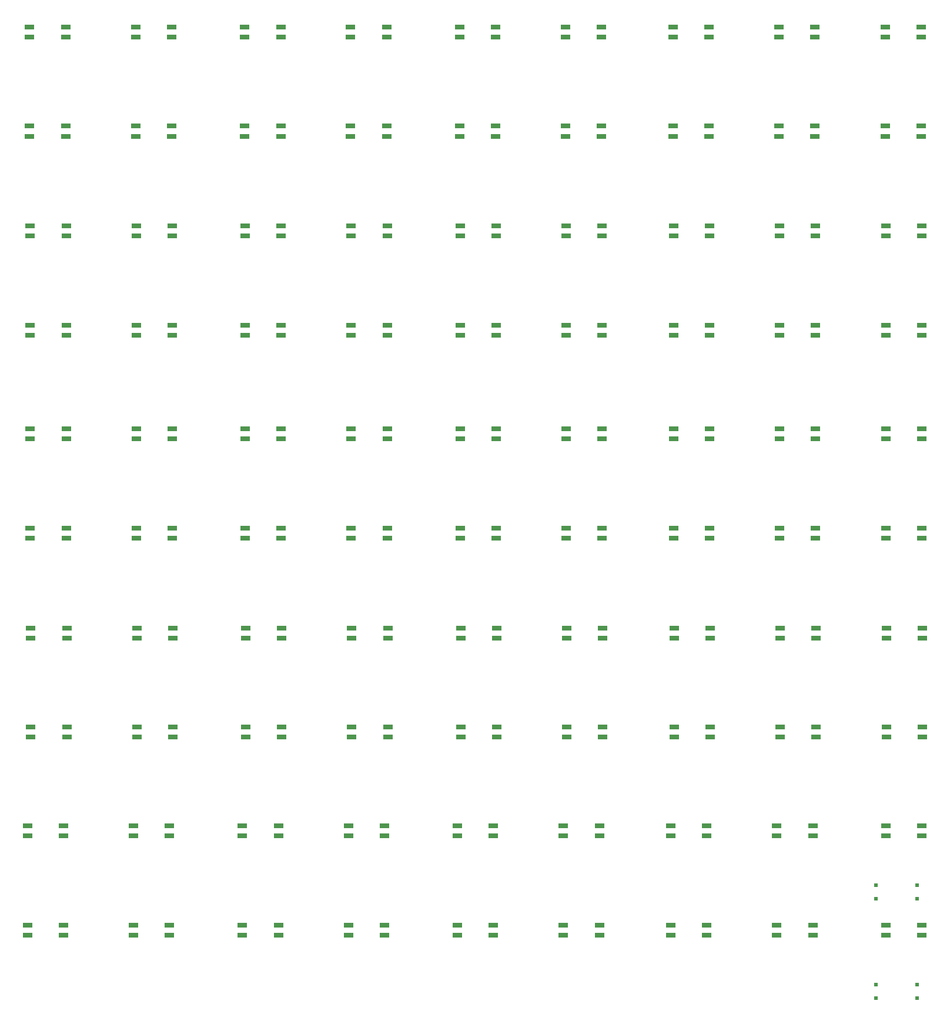
<source format=gbr>
%TF.GenerationSoftware,KiCad,Pcbnew,7.0.2*%
%TF.CreationDate,2023-05-08T22:29:03+02:00*%
%TF.ProjectId,verasity_PCB,76657261-7369-4747-995f-5043422e6b69,rev?*%
%TF.SameCoordinates,Original*%
%TF.FileFunction,Paste,Top*%
%TF.FilePolarity,Positive*%
%FSLAX46Y46*%
G04 Gerber Fmt 4.6, Leading zero omitted, Abs format (unit mm)*
G04 Created by KiCad (PCBNEW 7.0.2) date 2023-05-08 22:29:03*
%MOMM*%
%LPD*%
G01*
G04 APERTURE LIST*
%ADD10R,1.400000X0.800000*%
%ADD11R,0.500000X0.500000*%
G04 APERTURE END LIST*
D10*
%TO.C,REF\u002A\u002A*%
X147929375Y-60059375D03*
X147929375Y-61509375D03*
X153129375Y-60059375D03*
X153129375Y-61509375D03*
%TD*%
%TO.C,REF\u002A\u002A*%
X86156250Y-17117500D03*
X86156250Y-18567500D03*
X91356250Y-17117500D03*
X91356250Y-18567500D03*
%TD*%
D11*
%TO.C,REF\u002A\u002A*%
X161750000Y-82842500D03*
X161750000Y-84742500D03*
D10*
X163150000Y-74267500D03*
X163150000Y-75717500D03*
D11*
X167650000Y-82842500D03*
X167650000Y-84742500D03*
D10*
X168350000Y-74267500D03*
X168350000Y-75717500D03*
%TD*%
%TO.C,REF\u002A\u002A*%
X163229375Y-45771875D03*
X163229375Y-47221875D03*
X168429375Y-45771875D03*
X168429375Y-47221875D03*
%TD*%
%TO.C,REF\u002A\u002A*%
X117191875Y-45771875D03*
X117191875Y-47221875D03*
X122391875Y-45771875D03*
X122391875Y-47221875D03*
%TD*%
%TO.C,REF\u002A\u002A*%
X163150000Y-2195000D03*
X163150000Y-3645000D03*
X168350000Y-2195000D03*
X168350000Y-3645000D03*
%TD*%
%TO.C,REF\u002A\u002A*%
X147850000Y12092500D03*
X147850000Y10642500D03*
X153050000Y12092500D03*
X153050000Y10642500D03*
%TD*%
%TO.C,REF\u002A\u002A*%
X39940625Y12092500D03*
X39940625Y10642500D03*
X45140625Y12092500D03*
X45140625Y10642500D03*
%TD*%
%TO.C,REF\u002A\u002A*%
X70976250Y-45771875D03*
X70976250Y-47221875D03*
X76176250Y-45771875D03*
X76176250Y-47221875D03*
%TD*%
%TO.C,REF\u002A\u002A*%
X86235625Y-60059375D03*
X86235625Y-61509375D03*
X91435625Y-60059375D03*
X91435625Y-61509375D03*
%TD*%
%TO.C,REF\u002A\u002A*%
X70500000Y-88555000D03*
X70500000Y-90005000D03*
X75700000Y-88555000D03*
X75700000Y-90005000D03*
%TD*%
%TO.C,REF\u002A\u002A*%
X101853125Y12092500D03*
X101853125Y10642500D03*
X107053125Y12092500D03*
X107053125Y10642500D03*
%TD*%
%TO.C,REF\u002A\u002A*%
X55120625Y26459375D03*
X55120625Y25009375D03*
X60320625Y26459375D03*
X60320625Y25009375D03*
%TD*%
%TO.C,REF\u002A\u002A*%
X163229375Y-60059375D03*
X163229375Y-61509375D03*
X168429375Y-60059375D03*
X168429375Y-61509375D03*
%TD*%
%TO.C,REF\u002A\u002A*%
X39861250Y26459375D03*
X39861250Y25009375D03*
X45061250Y26459375D03*
X45061250Y25009375D03*
%TD*%
%TO.C,REF\u002A\u002A*%
X70896875Y-2195000D03*
X70896875Y-3645000D03*
X76096875Y-2195000D03*
X76096875Y-3645000D03*
%TD*%
%TO.C,REF\u002A\u002A*%
X147453125Y-88555000D03*
X147453125Y-90005000D03*
X152653125Y-88555000D03*
X152653125Y-90005000D03*
%TD*%
%TO.C,REF\u002A\u002A*%
X40020000Y-45771875D03*
X40020000Y-47221875D03*
X45220000Y-45771875D03*
X45220000Y-47221875D03*
%TD*%
%TO.C,REF\u002A\u002A*%
X86076875Y26459375D03*
X86076875Y25009375D03*
X91276875Y26459375D03*
X91276875Y25009375D03*
%TD*%
%TO.C,REF\u002A\u002A*%
X147770625Y40746875D03*
X147770625Y39296875D03*
X152970625Y40746875D03*
X152970625Y39296875D03*
%TD*%
%TO.C,REF\u002A\u002A*%
X86235625Y-45771875D03*
X86235625Y-47221875D03*
X91435625Y-45771875D03*
X91435625Y-47221875D03*
%TD*%
%TO.C,REF\u002A\u002A*%
X101456250Y-74267500D03*
X101456250Y-75717500D03*
X106656250Y-74267500D03*
X106656250Y-75717500D03*
%TD*%
%TO.C,REF\u002A\u002A*%
X132511250Y40746875D03*
X132511250Y39296875D03*
X137711250Y40746875D03*
X137711250Y39296875D03*
%TD*%
%TO.C,REF\u002A\u002A*%
X86076875Y40746875D03*
X86076875Y39296875D03*
X91276875Y40746875D03*
X91276875Y39296875D03*
%TD*%
%TO.C,REF\u002A\u002A*%
X163070625Y40746875D03*
X163070625Y39296875D03*
X168270625Y40746875D03*
X168270625Y39296875D03*
%TD*%
%TO.C,REF\u002A\u002A*%
X70817500Y40746875D03*
X70817500Y39296875D03*
X76017500Y40746875D03*
X76017500Y39296875D03*
%TD*%
%TO.C,REF\u002A\u002A*%
X132670000Y-45771875D03*
X132670000Y-47221875D03*
X137870000Y-45771875D03*
X137870000Y-47221875D03*
%TD*%
%TO.C,REF\u002A\u002A*%
X101932500Y-60059375D03*
X101932500Y-61509375D03*
X107132500Y-60059375D03*
X107132500Y-61509375D03*
%TD*%
%TO.C,REF\u002A\u002A*%
X117112500Y-17117500D03*
X117112500Y-18567500D03*
X122312500Y-17117500D03*
X122312500Y-18567500D03*
%TD*%
%TO.C,REF\u002A\u002A*%
X163070625Y26459375D03*
X163070625Y25009375D03*
X168270625Y26459375D03*
X168270625Y25009375D03*
%TD*%
%TO.C,REF\u002A\u002A*%
X117033125Y26459375D03*
X117033125Y25009375D03*
X122233125Y26459375D03*
X122233125Y25009375D03*
%TD*%
%TO.C,REF\u002A\u002A*%
X163150000Y12092500D03*
X163150000Y10642500D03*
X168350000Y12092500D03*
X168350000Y10642500D03*
%TD*%
%TO.C,REF\u002A\u002A*%
X147453125Y-74267500D03*
X147453125Y-75717500D03*
X152653125Y-74267500D03*
X152653125Y-75717500D03*
%TD*%
%TO.C,REF\u002A\u002A*%
X85759375Y-74267500D03*
X85759375Y-75717500D03*
X90959375Y-74267500D03*
X90959375Y-75717500D03*
%TD*%
%TO.C,REF\u002A\u002A*%
X132511250Y26459375D03*
X132511250Y25009375D03*
X137711250Y26459375D03*
X137711250Y25009375D03*
%TD*%
%TO.C,REF\u002A\u002A*%
X55279375Y-60059375D03*
X55279375Y-61509375D03*
X60479375Y-60059375D03*
X60479375Y-61509375D03*
%TD*%
%TO.C,REF\u002A\u002A*%
X86156250Y-31405000D03*
X86156250Y-32855000D03*
X91356250Y-31405000D03*
X91356250Y-32855000D03*
%TD*%
%TO.C,REF\u002A\u002A*%
X117112500Y-31405000D03*
X117112500Y-32855000D03*
X122312500Y-31405000D03*
X122312500Y-32855000D03*
%TD*%
%TO.C,REF\u002A\u002A*%
X132193750Y-88555000D03*
X132193750Y-90005000D03*
X137393750Y-88555000D03*
X137393750Y-90005000D03*
%TD*%
%TO.C,REF\u002A\u002A*%
X55120625Y40746875D03*
X55120625Y39296875D03*
X60320625Y40746875D03*
X60320625Y39296875D03*
%TD*%
%TO.C,REF\u002A\u002A*%
X116715625Y-88555000D03*
X116715625Y-90005000D03*
X121915625Y-88555000D03*
X121915625Y-90005000D03*
%TD*%
%TO.C,REF\u002A\u002A*%
X85759375Y-88555000D03*
X85759375Y-90005000D03*
X90959375Y-88555000D03*
X90959375Y-90005000D03*
%TD*%
%TO.C,REF\u002A\u002A*%
X54803125Y-88555000D03*
X54803125Y-90005000D03*
X60003125Y-88555000D03*
X60003125Y-90005000D03*
%TD*%
%TO.C,REF\u002A\u002A*%
X70817500Y26459375D03*
X70817500Y25009375D03*
X76017500Y26459375D03*
X76017500Y25009375D03*
%TD*%
%TO.C,REF\u002A\u002A*%
X147770625Y26459375D03*
X147770625Y25009375D03*
X152970625Y26459375D03*
X152970625Y25009375D03*
%TD*%
%TO.C,REF\u002A\u002A*%
X55279375Y-45771875D03*
X55279375Y-47221875D03*
X60479375Y-45771875D03*
X60479375Y-47221875D03*
%TD*%
%TO.C,REF\u002A\u002A*%
X86156250Y-2195000D03*
X86156250Y-3645000D03*
X91356250Y-2195000D03*
X91356250Y-3645000D03*
%TD*%
%TO.C,REF\u002A\u002A*%
X39543750Y-88555000D03*
X39543750Y-90005000D03*
X44743750Y-88555000D03*
X44743750Y-90005000D03*
%TD*%
%TO.C,REF\u002A\u002A*%
X101773750Y40746875D03*
X101773750Y39296875D03*
X106973750Y40746875D03*
X106973750Y39296875D03*
%TD*%
%TO.C,REF\u002A\u002A*%
X147850000Y-2195000D03*
X147850000Y-3645000D03*
X153050000Y-2195000D03*
X153050000Y-3645000D03*
%TD*%
%TO.C,REF\u002A\u002A*%
X54803125Y-74267500D03*
X54803125Y-75717500D03*
X60003125Y-74267500D03*
X60003125Y-75717500D03*
%TD*%
%TO.C,REF\u002A\u002A*%
X55200000Y-17117500D03*
X55200000Y-18567500D03*
X60400000Y-17117500D03*
X60400000Y-18567500D03*
%TD*%
%TO.C,REF\u002A\u002A*%
X117033125Y40746875D03*
X117033125Y39296875D03*
X122233125Y40746875D03*
X122233125Y39296875D03*
%TD*%
%TO.C,REF\u002A\u002A*%
X55200000Y-2195000D03*
X55200000Y-3645000D03*
X60400000Y-2195000D03*
X60400000Y-3645000D03*
%TD*%
%TO.C,REF\u002A\u002A*%
X70896875Y-17117500D03*
X70896875Y-18567500D03*
X76096875Y-17117500D03*
X76096875Y-18567500D03*
%TD*%
%TO.C,REF\u002A\u002A*%
X132670000Y-60059375D03*
X132670000Y-61509375D03*
X137870000Y-60059375D03*
X137870000Y-61509375D03*
%TD*%
%TO.C,REF\u002A\u002A*%
X101853125Y-31405000D03*
X101853125Y-32855000D03*
X107053125Y-31405000D03*
X107053125Y-32855000D03*
%TD*%
%TO.C,REF\u002A\u002A*%
X147850000Y-17117500D03*
X147850000Y-18567500D03*
X153050000Y-17117500D03*
X153050000Y-18567500D03*
%TD*%
%TO.C,REF\u002A\u002A*%
X101853125Y-17117500D03*
X101853125Y-18567500D03*
X107053125Y-17117500D03*
X107053125Y-18567500D03*
%TD*%
%TO.C,REF\u002A\u002A*%
X55200000Y12092500D03*
X55200000Y10642500D03*
X60400000Y12092500D03*
X60400000Y10642500D03*
%TD*%
%TO.C,REF\u002A\u002A*%
X40020000Y-60059375D03*
X40020000Y-61509375D03*
X45220000Y-60059375D03*
X45220000Y-61509375D03*
%TD*%
%TO.C,REF\u002A\u002A*%
X101853125Y-2195000D03*
X101853125Y-3645000D03*
X107053125Y-2195000D03*
X107053125Y-3645000D03*
%TD*%
%TO.C,REF\u002A\u002A*%
X147850000Y-31405000D03*
X147850000Y-32855000D03*
X153050000Y-31405000D03*
X153050000Y-32855000D03*
%TD*%
%TO.C,REF\u002A\u002A*%
X117191875Y-60059375D03*
X117191875Y-61509375D03*
X122391875Y-60059375D03*
X122391875Y-61509375D03*
%TD*%
%TO.C,REF\u002A\u002A*%
X116715625Y-74267500D03*
X116715625Y-75717500D03*
X121915625Y-74267500D03*
X121915625Y-75717500D03*
%TD*%
%TO.C,REF\u002A\u002A*%
X39940625Y-17117500D03*
X39940625Y-18567500D03*
X45140625Y-17117500D03*
X45140625Y-18567500D03*
%TD*%
%TO.C,REF\u002A\u002A*%
X163150000Y-31405000D03*
X163150000Y-32855000D03*
X168350000Y-31405000D03*
X168350000Y-32855000D03*
%TD*%
%TO.C,REF\u002A\u002A*%
X101456250Y-88555000D03*
X101456250Y-90005000D03*
X106656250Y-88555000D03*
X106656250Y-90005000D03*
%TD*%
%TO.C,REF\u002A\u002A*%
X132590625Y-31405000D03*
X132590625Y-32855000D03*
X137790625Y-31405000D03*
X137790625Y-32855000D03*
%TD*%
%TO.C,REF\u002A\u002A*%
X101932500Y-45771875D03*
X101932500Y-47221875D03*
X107132500Y-45771875D03*
X107132500Y-47221875D03*
%TD*%
%TO.C,REF\u002A\u002A*%
X70896875Y-31405000D03*
X70896875Y-32855000D03*
X76096875Y-31405000D03*
X76096875Y-32855000D03*
%TD*%
%TO.C,REF\u002A\u002A*%
X39861250Y40746875D03*
X39861250Y39296875D03*
X45061250Y40746875D03*
X45061250Y39296875D03*
%TD*%
%TO.C,REF\u002A\u002A*%
X132590625Y-2195000D03*
X132590625Y-3645000D03*
X137790625Y-2195000D03*
X137790625Y-3645000D03*
%TD*%
%TO.C,REF\u002A\u002A*%
X86156250Y12092500D03*
X86156250Y10642500D03*
X91356250Y12092500D03*
X91356250Y10642500D03*
%TD*%
%TO.C,REF\u002A\u002A*%
X70896875Y12092500D03*
X70896875Y10642500D03*
X76096875Y12092500D03*
X76096875Y10642500D03*
%TD*%
%TO.C,REF\u002A\u002A*%
X55200000Y-31405000D03*
X55200000Y-32855000D03*
X60400000Y-31405000D03*
X60400000Y-32855000D03*
%TD*%
%TO.C,REF\u002A\u002A*%
X70976250Y-60059375D03*
X70976250Y-61509375D03*
X76176250Y-60059375D03*
X76176250Y-61509375D03*
%TD*%
%TO.C,REF\u002A\u002A*%
X101773750Y26459375D03*
X101773750Y25009375D03*
X106973750Y26459375D03*
X106973750Y25009375D03*
%TD*%
%TO.C,REF\u002A\u002A*%
X39940625Y-2195000D03*
X39940625Y-3645000D03*
X45140625Y-2195000D03*
X45140625Y-3645000D03*
%TD*%
D11*
%TO.C,REF\u002A\u002A*%
X161750000Y-97130000D03*
X161750000Y-99030000D03*
D10*
X163150000Y-88555000D03*
X163150000Y-90005000D03*
D11*
X167650000Y-97130000D03*
X167650000Y-99030000D03*
D10*
X168350000Y-88555000D03*
X168350000Y-90005000D03*
%TD*%
%TO.C,REF\u002A\u002A*%
X147929375Y-45771875D03*
X147929375Y-47221875D03*
X153129375Y-45771875D03*
X153129375Y-47221875D03*
%TD*%
%TO.C,REF\u002A\u002A*%
X163150000Y-17117500D03*
X163150000Y-18567500D03*
X168350000Y-17117500D03*
X168350000Y-18567500D03*
%TD*%
%TO.C,REF\u002A\u002A*%
X39543750Y-74267500D03*
X39543750Y-75717500D03*
X44743750Y-74267500D03*
X44743750Y-75717500D03*
%TD*%
%TO.C,REF\u002A\u002A*%
X117112500Y-2195000D03*
X117112500Y-3645000D03*
X122312500Y-2195000D03*
X122312500Y-3645000D03*
%TD*%
%TO.C,REF\u002A\u002A*%
X39940625Y-31405000D03*
X39940625Y-32855000D03*
X45140625Y-31405000D03*
X45140625Y-32855000D03*
%TD*%
%TO.C,REF\u002A\u002A*%
X132590625Y12092500D03*
X132590625Y10642500D03*
X137790625Y12092500D03*
X137790625Y10642500D03*
%TD*%
%TO.C,REF\u002A\u002A*%
X132590625Y-17117500D03*
X132590625Y-18567500D03*
X137790625Y-17117500D03*
X137790625Y-18567500D03*
%TD*%
%TO.C,REF\u002A\u002A*%
X70500000Y-74267500D03*
X70500000Y-75717500D03*
X75700000Y-74267500D03*
X75700000Y-75717500D03*
%TD*%
%TO.C,REF\u002A\u002A*%
X132193750Y-74267500D03*
X132193750Y-75717500D03*
X137393750Y-74267500D03*
X137393750Y-75717500D03*
%TD*%
%TO.C,REF\u002A\u002A*%
X117112500Y12092500D03*
X117112500Y10642500D03*
X122312500Y12092500D03*
X122312500Y10642500D03*
%TD*%
M02*

</source>
